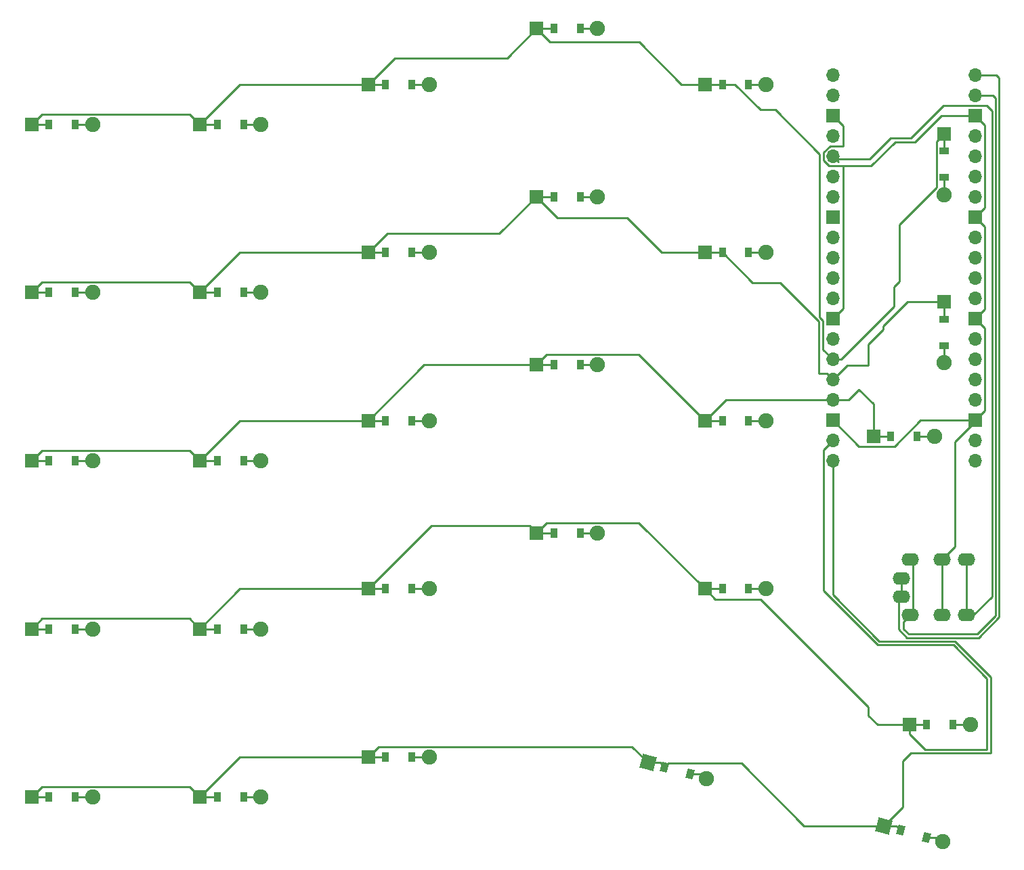
<source format=gbr>
%TF.GenerationSoftware,KiCad,Pcbnew,9.0.3-1.fc42*%
%TF.CreationDate,2025-08-09T15:12:38+02:00*%
%TF.ProjectId,left_traced,6c656674-5f74-4726-9163-65642e6b6963,v1.0.0*%
%TF.SameCoordinates,Original*%
%TF.FileFunction,Copper,L1,Top*%
%TF.FilePolarity,Positive*%
%FSLAX46Y46*%
G04 Gerber Fmt 4.6, Leading zero omitted, Abs format (unit mm)*
G04 Created by KiCad (PCBNEW 9.0.3-1.fc42) date 2025-08-09 15:12:38*
%MOMM*%
%LPD*%
G01*
G04 APERTURE LIST*
G04 Aperture macros list*
%AMRotRect*
0 Rectangle, with rotation*
0 The origin of the aperture is its center*
0 $1 length*
0 $2 width*
0 $3 Rotation angle, in degrees counterclockwise*
0 Add horizontal line*
21,1,$1,$2,0,0,$3*%
G04 Aperture macros list end*
%TA.AperFunction,ComponentPad*%
%ADD10R,1.778000X1.778000*%
%TD*%
%TA.AperFunction,SMDPad,CuDef*%
%ADD11R,0.900000X1.200000*%
%TD*%
%TA.AperFunction,ComponentPad*%
%ADD12C,1.905000*%
%TD*%
%TA.AperFunction,ComponentPad*%
%ADD13RotRect,1.778000X1.778000X345.000000*%
%TD*%
%TA.AperFunction,SMDPad,CuDef*%
%ADD14RotRect,0.900000X1.200000X345.000000*%
%TD*%
%TA.AperFunction,ComponentPad*%
%ADD15O,2.200000X1.600000*%
%TD*%
%TA.AperFunction,SMDPad,CuDef*%
%ADD16R,1.200000X0.900000*%
%TD*%
%TA.AperFunction,ComponentPad*%
%ADD17O,1.700000X1.700000*%
%TD*%
%TA.AperFunction,ComponentPad*%
%ADD18R,1.700000X1.700000*%
%TD*%
%TA.AperFunction,Conductor*%
%ADD19C,0.250000*%
%TD*%
G04 APERTURE END LIST*
D10*
%TO.P,D22,1*%
%TO.N,GP19*%
X93540000Y-131850000D03*
D11*
X95700000Y-131850000D03*
%TO.P,D22,2*%
%TO.N,mirror_right_top*%
X99000000Y-131850000D03*
D12*
X101160000Y-131850000D03*
%TD*%
D10*
%TO.P,D8,1*%
%TO.N,GP20*%
X156690000Y-98800000D03*
D11*
X158850000Y-98800000D03*
%TO.P,D8,2*%
%TO.N,mirror_middle_num*%
X162150000Y-98800000D03*
D12*
X164310000Y-98800000D03*
%TD*%
D10*
%TO.P,D18,1*%
%TO.N,GP20*%
X114590000Y-110800000D03*
D11*
X116750000Y-110800000D03*
%TO.P,D18,2*%
%TO.N,mirror_pinky_num*%
X120050000Y-110800000D03*
D12*
X122210000Y-110800000D03*
%TD*%
D10*
%TO.P,D10,1*%
%TO.N,GP17*%
X135640000Y-168950000D03*
D11*
X137800000Y-168950000D03*
%TO.P,D10,2*%
%TO.N,mirror_ring_bottom*%
X141100000Y-168950000D03*
D12*
X143260000Y-168950000D03*
%TD*%
D13*
%TO.P,D25,1*%
%TO.N,GP16*%
X170585736Y-190700877D03*
D14*
X172672135Y-191259929D03*
%TO.P,D25,2*%
%TO.N,mirror_enter_default*%
X175859691Y-192114029D03*
D12*
X177946090Y-192673081D03*
%TD*%
D10*
%TO.P,D12,1*%
%TO.N,GP19*%
X135640000Y-126850000D03*
D11*
X137800000Y-126850000D03*
%TO.P,D12,2*%
%TO.N,mirror_ring_top*%
X141100000Y-126850000D03*
D12*
X143260000Y-126850000D03*
%TD*%
D10*
%TO.P,D14,1*%
%TO.N,GP16*%
X114590000Y-195000000D03*
D11*
X116750000Y-195000000D03*
%TO.P,D14,2*%
%TO.N,mirror_pinky_thumb*%
X120050000Y-195000000D03*
D12*
X122210000Y-195000000D03*
%TD*%
D10*
%TO.P,D6,1*%
%TO.N,GP18*%
X156690000Y-140900000D03*
D11*
X158850000Y-140900000D03*
%TO.P,D6,2*%
%TO.N,mirror_middle_home*%
X162150000Y-140900000D03*
D12*
X164310000Y-140900000D03*
%TD*%
D10*
%TO.P,D19,1*%
%TO.N,GP16*%
X93540000Y-195000000D03*
D11*
X95700000Y-195000000D03*
%TO.P,D19,2*%
%TO.N,mirror_right_thumb*%
X99000000Y-195000000D03*
D12*
X101160000Y-195000000D03*
%TD*%
D10*
%TO.P,D16,1*%
%TO.N,GP18*%
X114590000Y-152900000D03*
D11*
X116750000Y-152900000D03*
%TO.P,D16,2*%
%TO.N,mirror_pinky_home*%
X120050000Y-152900000D03*
D12*
X122210000Y-152900000D03*
%TD*%
D10*
%TO.P,D20,1*%
%TO.N,GP17*%
X93540000Y-173950000D03*
D11*
X95700000Y-173950000D03*
%TO.P,D20,2*%
%TO.N,mirror_right_bottom*%
X99000000Y-173950000D03*
D12*
X101160000Y-173950000D03*
%TD*%
D13*
%TO.P,D24,1*%
%TO.N,GP16*%
X200118918Y-198614269D03*
D14*
X202205317Y-199173321D03*
%TO.P,D24,2*%
%TO.N,mirror_back_space_default*%
X205392873Y-200027421D03*
D12*
X207479272Y-200586473D03*
%TD*%
D10*
%TO.P,D29,1*%
%TO.N,GP17*%
X203290000Y-185950000D03*
D11*
X205450000Y-185950000D03*
%TO.P,D29,2*%
%TO.N,mirror_inner_bottom*%
X208750000Y-185950000D03*
D12*
X210910000Y-185950000D03*
%TD*%
D10*
%TO.P,D21,1*%
%TO.N,GP18*%
X93540000Y-152900000D03*
D11*
X95700000Y-152900000D03*
%TO.P,D21,2*%
%TO.N,mirror_right_home*%
X99000000Y-152900000D03*
D12*
X101160000Y-152900000D03*
%TD*%
D15*
%TO.P,TRRS1,1*%
%TO.N,GP0*%
X202300000Y-167600000D03*
X202300000Y-169900000D03*
%TO.P,TRRS1,2*%
%TO.N,GP1*%
X203400000Y-165300000D03*
X203400000Y-172200000D03*
%TO.P,TRRS1,3*%
%TO.N,GND*%
X207400000Y-165300000D03*
X207400000Y-172200000D03*
%TO.P,TRRS1,4*%
%TO.N,3V3*%
X210400000Y-165300000D03*
X210400000Y-172200000D03*
%TD*%
D10*
%TO.P,D28,1*%
%TO.N,GP18*%
X198790000Y-149900000D03*
D11*
X200950000Y-149900000D03*
%TO.P,D28,2*%
%TO.N,mirror_inner_home*%
X204250000Y-149900000D03*
D12*
X206410000Y-149900000D03*
%TD*%
D10*
%TO.P,D3,1*%
%TO.N,GP19*%
X177740000Y-126850000D03*
D11*
X179900000Y-126850000D03*
%TO.P,D3,2*%
%TO.N,mirror_index_top*%
X183200000Y-126850000D03*
D12*
X185360000Y-126850000D03*
%TD*%
D10*
%TO.P,D11,1*%
%TO.N,GP18*%
X135640000Y-147900000D03*
D11*
X137800000Y-147900000D03*
%TO.P,D11,2*%
%TO.N,mirror_ring_home*%
X141100000Y-147900000D03*
D12*
X143260000Y-147900000D03*
%TD*%
D10*
%TO.P,D26,1*%
%TO.N,GP19*%
X207600000Y-133040000D03*
D16*
X207600000Y-135200000D03*
%TO.P,D26,2*%
%TO.N,mirror_inner_top*%
X207600000Y-138500000D03*
D12*
X207600000Y-140660000D03*
%TD*%
D10*
%TO.P,D15,1*%
%TO.N,GP17*%
X114590000Y-173950000D03*
D11*
X116750000Y-173950000D03*
%TO.P,D15,2*%
%TO.N,mirror_pinky_bottom*%
X120050000Y-173950000D03*
D12*
X122210000Y-173950000D03*
%TD*%
D10*
%TO.P,D13,1*%
%TO.N,GP20*%
X135640000Y-105800000D03*
D11*
X137800000Y-105800000D03*
%TO.P,D13,2*%
%TO.N,mirror_ring_num*%
X141100000Y-105800000D03*
D12*
X143260000Y-105800000D03*
%TD*%
D10*
%TO.P,D9,1*%
%TO.N,GP16*%
X135640000Y-190000000D03*
D11*
X137800000Y-190000000D03*
%TO.P,D9,2*%
%TO.N,mirror_ring_thumb*%
X141100000Y-190000000D03*
D12*
X143260000Y-190000000D03*
%TD*%
D10*
%TO.P,D17,1*%
%TO.N,GP19*%
X114590000Y-131850000D03*
D11*
X116750000Y-131850000D03*
%TO.P,D17,2*%
%TO.N,mirror_pinky_top*%
X120050000Y-131850000D03*
D12*
X122210000Y-131850000D03*
%TD*%
D10*
%TO.P,D2,1*%
%TO.N,GP18*%
X177740000Y-147900000D03*
D11*
X179900000Y-147900000D03*
%TO.P,D2,2*%
%TO.N,mirror_index_home*%
X183200000Y-147900000D03*
D12*
X185360000Y-147900000D03*
%TD*%
D10*
%TO.P,D4,1*%
%TO.N,GP20*%
X177740000Y-105800000D03*
D11*
X179900000Y-105800000D03*
%TO.P,D4,2*%
%TO.N,mirror_index_num*%
X183200000Y-105800000D03*
D12*
X185360000Y-105800000D03*
%TD*%
D17*
%TO.P,_1,1*%
%TO.N,GP0*%
X211490000Y-104670000D03*
%TO.P,_1,2*%
%TO.N,GP1*%
X211490000Y-107210000D03*
D18*
%TO.P,_1,3*%
%TO.N,GND*%
X211490000Y-109750000D03*
D17*
%TO.P,_1,4*%
%TO.N,GP2*%
X211490000Y-112290000D03*
%TO.P,_1,5*%
%TO.N,GP3*%
X211490000Y-114830000D03*
%TO.P,_1,6*%
%TO.N,GP4*%
X211490000Y-117370000D03*
%TO.P,_1,7*%
%TO.N,GP5*%
X211490000Y-119910000D03*
D18*
%TO.P,_1,8*%
%TO.N,GND*%
X211490000Y-122450000D03*
D17*
%TO.P,_1,9*%
%TO.N,GP6*%
X211490000Y-124990000D03*
%TO.P,_1,10*%
%TO.N,GP7*%
X211490000Y-127530000D03*
%TO.P,_1,11*%
%TO.N,GP8*%
X211490000Y-130070000D03*
%TO.P,_1,12*%
%TO.N,GP9*%
X211490000Y-132610000D03*
D18*
%TO.P,_1,13*%
%TO.N,GND*%
X211490000Y-135150000D03*
D17*
%TO.P,_1,14*%
%TO.N,GP10*%
X211490000Y-137690000D03*
%TO.P,_1,15*%
%TO.N,GP11*%
X211490000Y-140230000D03*
%TO.P,_1,16*%
%TO.N,GP12*%
X211490000Y-142770000D03*
%TO.P,_1,17*%
%TO.N,GP13*%
X211490000Y-145310000D03*
D18*
%TO.P,_1,18*%
%TO.N,GND*%
X211490000Y-147850000D03*
D17*
%TO.P,_1,19*%
%TO.N,GP14*%
X211490000Y-150390000D03*
%TO.P,_1,20*%
%TO.N,GP15*%
X211490000Y-152930000D03*
%TO.P,_1,21*%
%TO.N,GP16*%
X193710000Y-152930000D03*
%TO.P,_1,22*%
%TO.N,GP17*%
X193710000Y-150390000D03*
D18*
%TO.P,_1,23*%
%TO.N,GND*%
X193710000Y-147850000D03*
D17*
%TO.P,_1,24*%
%TO.N,GP18*%
X193710000Y-145310000D03*
%TO.P,_1,25*%
%TO.N,GP19*%
X193710000Y-142770000D03*
%TO.P,_1,26*%
%TO.N,GP20*%
X193710000Y-140230000D03*
%TO.P,_1,27*%
%TO.N,GP21*%
X193710000Y-137690000D03*
D18*
%TO.P,_1,28*%
%TO.N,GND*%
X193710000Y-135150000D03*
D17*
%TO.P,_1,29*%
%TO.N,GP22*%
X193710000Y-132610000D03*
%TO.P,_1,30*%
%TO.N,RUN*%
X193710000Y-130070000D03*
%TO.P,_1,31*%
%TO.N,GP26*%
X193710000Y-127530000D03*
%TO.P,_1,32*%
%TO.N,GP27*%
X193710000Y-124990000D03*
D18*
%TO.P,_1,33*%
%TO.N,AGND*%
X193710000Y-122450000D03*
D17*
%TO.P,_1,34*%
%TO.N,GP28*%
X193710000Y-119910000D03*
%TO.P,_1,35*%
%TO.N,ADC_VREF*%
X193710000Y-117370000D03*
%TO.P,_1,36*%
%TO.N,3V3*%
X193710000Y-114830000D03*
%TO.P,_1,37*%
%TO.N,3V3_EN*%
X193710000Y-112290000D03*
D18*
%TO.P,_1,38*%
%TO.N,GND*%
X193710000Y-109750000D03*
D17*
%TO.P,_1,39*%
%TO.N,VSYS*%
X193710000Y-107210000D03*
%TO.P,_1,40*%
%TO.N,VBUS*%
X193710000Y-104670000D03*
%TD*%
D10*
%TO.P,D27,1*%
%TO.N,GP20*%
X207600000Y-111990000D03*
D16*
X207600000Y-114150000D03*
%TO.P,D27,2*%
%TO.N,mirror_inner_num*%
X207600000Y-117450000D03*
D12*
X207600000Y-119610000D03*
%TD*%
D10*
%TO.P,D7,1*%
%TO.N,GP19*%
X156690000Y-119850000D03*
D11*
X158850000Y-119850000D03*
%TO.P,D7,2*%
%TO.N,mirror_middle_top*%
X162150000Y-119850000D03*
D12*
X164310000Y-119850000D03*
%TD*%
D10*
%TO.P,D5,1*%
%TO.N,GP17*%
X156690000Y-161950000D03*
D11*
X158850000Y-161950000D03*
%TO.P,D5,2*%
%TO.N,mirror_middle_bottom*%
X162150000Y-161950000D03*
D12*
X164310000Y-161950000D03*
%TD*%
D10*
%TO.P,D23,1*%
%TO.N,GP20*%
X93540000Y-110800000D03*
D11*
X95700000Y-110800000D03*
%TO.P,D23,2*%
%TO.N,mirror_right_num*%
X99000000Y-110800000D03*
D12*
X101160000Y-110800000D03*
%TD*%
D10*
%TO.P,D1,1*%
%TO.N,GP17*%
X177740000Y-168950000D03*
D11*
X179900000Y-168950000D03*
%TO.P,D1,2*%
%TO.N,mirror_index_bottom*%
X183200000Y-168950000D03*
D12*
X185360000Y-168950000D03*
%TD*%
D19*
%TO.N,mirror_inner_bottom*%
X208750000Y-185950000D02*
X210910000Y-185950000D01*
%TO.N,mirror_inner_home*%
X204250000Y-149900000D02*
X206410000Y-149900000D01*
%TO.N,mirror_index_bottom*%
X183200000Y-168950000D02*
X185360000Y-168950000D01*
%TO.N,mirror_index_home*%
X183200000Y-147900000D02*
X185360000Y-147900000D01*
%TO.N,mirror_index_top*%
X183200000Y-126850000D02*
X185360000Y-126850000D01*
%TO.N,mirror_index_num*%
X183200000Y-105800000D02*
X185360000Y-105800000D01*
%TO.N,mirror_middle_bottom*%
X162150000Y-161950000D02*
X164310000Y-161950000D01*
%TO.N,mirror_middle_home*%
X162150000Y-140900000D02*
X164310000Y-140900000D01*
%TO.N,mirror_middle_top*%
X162150000Y-119850000D02*
X164310000Y-119850000D01*
%TO.N,mirror_middle_num*%
X162150000Y-98800000D02*
X164310000Y-98800000D01*
%TO.N,mirror_ring_thumb*%
X141100000Y-190000000D02*
X143260000Y-190000000D01*
%TO.N,mirror_ring_bottom*%
X141100000Y-168950000D02*
X143260000Y-168950000D01*
%TO.N,mirror_ring_home*%
X141100000Y-147900000D02*
X143260000Y-147900000D01*
%TO.N,mirror_ring_top*%
X141100000Y-126850000D02*
X143260000Y-126850000D01*
%TO.N,mirror_ring_num*%
X141100000Y-105800000D02*
X143260000Y-105800000D01*
%TO.N,mirror_pinky_thumb*%
X122210000Y-195000000D02*
X120050000Y-195000000D01*
%TO.N,mirror_pinky_bottom*%
X122210000Y-173950000D02*
X120050000Y-173950000D01*
%TO.N,mirror_pinky_home*%
X120050000Y-152900000D02*
X122210000Y-152900000D01*
%TO.N,mirror_pinky_top*%
X120050000Y-131850000D02*
X122210000Y-131850000D01*
%TO.N,mirror_pinky_num*%
X120050000Y-110800000D02*
X122210000Y-110800000D01*
%TO.N,mirror_right_thumb*%
X99000000Y-195000000D02*
X101160000Y-195000000D01*
%TO.N,mirror_right_bottom*%
X99000000Y-173950000D02*
X101160000Y-173950000D01*
%TO.N,mirror_right_home*%
X99000000Y-152900000D02*
X101160000Y-152900000D01*
%TO.N,mirror_right_top*%
X99000000Y-131850000D02*
X101160000Y-131850000D01*
%TO.N,mirror_right_num*%
X99000000Y-110800000D02*
X101160000Y-110800000D01*
%TO.N,mirror_back_space_default*%
X205392873Y-200027422D02*
X206920222Y-200027422D01*
X206920222Y-200027422D02*
X207479272Y-200586472D01*
%TO.N,mirror_enter_default*%
X175859691Y-192114030D02*
X177387040Y-192114030D01*
X177387040Y-192114030D02*
X177946090Y-192673080D01*
%TO.N,mirror_inner_top*%
X207600000Y-140660000D02*
X207600000Y-138500000D01*
%TO.N,mirror_inner_num*%
X207600000Y-119610000D02*
X207600000Y-117450000D01*
%TO.N,GP17*%
X199326935Y-185950000D02*
X203290000Y-185950000D01*
X156690000Y-161950000D02*
X157968500Y-160671500D01*
X119590000Y-168950000D02*
X135640000Y-168950000D01*
X156690000Y-161950000D02*
X158850000Y-161950000D01*
X203290000Y-185950000D02*
X205450000Y-185950000D01*
X203290000Y-187089000D02*
X205250000Y-189049000D01*
X199313190Y-175951000D02*
X192534000Y-169171810D01*
X198184000Y-184807065D02*
X199326935Y-185950000D01*
X135640000Y-168950000D02*
X143520000Y-161070000D01*
X113311500Y-172671500D02*
X114590000Y-173950000D01*
X208813190Y-175951000D02*
X199313190Y-175951000D01*
X94818500Y-172671500D02*
X113311500Y-172671500D01*
X192534000Y-169171810D02*
X192534000Y-151566000D01*
X114590000Y-173950000D02*
X116750000Y-173950000D01*
X177740000Y-168950000D02*
X179018500Y-170228500D01*
X155810000Y-161070000D02*
X156690000Y-161950000D01*
X143520000Y-161070000D02*
X155810000Y-161070000D01*
X179018500Y-170228500D02*
X184643599Y-170228500D01*
X213000000Y-189049000D02*
X213000000Y-180137810D01*
X177740000Y-168950000D02*
X179900000Y-168950000D01*
X205250000Y-189049000D02*
X213000000Y-189049000D01*
X192534000Y-151566000D02*
X193710000Y-150390000D01*
X198184000Y-183768901D02*
X198184000Y-184807065D01*
X135640000Y-168950000D02*
X137800000Y-168950000D01*
X213000000Y-180137810D02*
X208813190Y-175951000D01*
X203290000Y-185950000D02*
X203290000Y-187089000D01*
X93540000Y-173950000D02*
X95700000Y-173950000D01*
X184643599Y-170228500D02*
X198184000Y-183768901D01*
X114590000Y-173950000D02*
X119590000Y-168950000D01*
X157968500Y-160671500D02*
X169461500Y-160671500D01*
X169461500Y-160671500D02*
X177740000Y-168950000D01*
X93540000Y-173950000D02*
X94818500Y-172671500D01*
%TO.N,GP18*%
X157968500Y-139621500D02*
X169461500Y-139621500D01*
X177740000Y-147900000D02*
X180330000Y-145310000D01*
X198790000Y-145790000D02*
X197000000Y-144000000D01*
X180330000Y-145310000D02*
X193710000Y-145310000D01*
X135640000Y-147900000D02*
X137800000Y-147900000D01*
X93540000Y-152900000D02*
X94818500Y-151621500D01*
X169461500Y-139621500D02*
X177740000Y-147900000D01*
X114590000Y-152900000D02*
X119590000Y-147900000D01*
X142640000Y-140900000D02*
X156690000Y-140900000D01*
X93540000Y-152900000D02*
X95700000Y-152900000D01*
X195690000Y-145310000D02*
X193710000Y-145310000D01*
X177740000Y-147900000D02*
X179900000Y-147900000D01*
X94818500Y-151621500D02*
X113311500Y-151621500D01*
X156690000Y-140900000D02*
X157968500Y-139621500D01*
X114590000Y-152900000D02*
X116750000Y-152900000D01*
X198790000Y-149900000D02*
X200950000Y-149900000D01*
X119590000Y-147900000D02*
X135640000Y-147900000D01*
X113311500Y-151621500D02*
X114590000Y-152900000D01*
X156690000Y-140900000D02*
X158850000Y-140900000D01*
X135640000Y-147900000D02*
X142640000Y-140900000D01*
X198790000Y-149900000D02*
X198790000Y-145790000D01*
X197000000Y-144000000D02*
X195690000Y-145310000D01*
%TO.N,GP19*%
X198184000Y-138316000D02*
X198184000Y-141000000D01*
X156650000Y-119850000D02*
X156690000Y-119850000D01*
X177740000Y-126850000D02*
X179900000Y-126850000D01*
X200000000Y-136500000D02*
X198184000Y-138316000D01*
X203058455Y-133040000D02*
X200000000Y-136098455D01*
X172350000Y-126850000D02*
X177740000Y-126850000D01*
X207600000Y-133040000D02*
X203058455Y-133040000D01*
X177740000Y-126850000D02*
X179901545Y-126850000D01*
X152000000Y-124500000D02*
X156650000Y-119850000D01*
X198184000Y-141000000D02*
X195480000Y-141000000D01*
X192000000Y-142000000D02*
X192940000Y-142000000D01*
X187138199Y-130623100D02*
X192000000Y-135484901D01*
X93540000Y-131850000D02*
X95700000Y-131850000D01*
X192940000Y-142000000D02*
X193710000Y-142770000D01*
X183674645Y-130623100D02*
X187138199Y-130623100D01*
X195480000Y-141000000D02*
X193710000Y-142770000D01*
X192000000Y-135484901D02*
X192000000Y-142000000D01*
X135640000Y-126850000D02*
X137990000Y-124500000D01*
X114590000Y-131850000D02*
X119590000Y-126850000D01*
X179901545Y-126850000D02*
X183674645Y-130623100D01*
X93540000Y-131850000D02*
X94818500Y-130571500D01*
X167980100Y-122480100D02*
X172350000Y-126850000D01*
X137990000Y-124500000D02*
X152000000Y-124500000D01*
X156690000Y-119850000D02*
X159320100Y-122480100D01*
X135640000Y-126850000D02*
X137800000Y-126850000D01*
X200000000Y-136098455D02*
X200000000Y-136500000D01*
X159320100Y-122480100D02*
X167980100Y-122480100D01*
X113311500Y-130571500D02*
X114590000Y-131850000D01*
X156690000Y-119850000D02*
X158850000Y-119850000D01*
X119590000Y-126850000D02*
X135640000Y-126850000D01*
X114590000Y-131850000D02*
X116750000Y-131850000D01*
X94818500Y-130571500D02*
X113311500Y-130571500D01*
X207600000Y-135200000D02*
X207600000Y-133040000D01*
%TO.N,GP20*%
X184698000Y-109000000D02*
X186565099Y-109000000D01*
X192083000Y-114517901D02*
X192083000Y-134930091D01*
X201373100Y-133626900D02*
X201373100Y-131126900D01*
X152990000Y-102500000D02*
X156690000Y-98800000D01*
X206674000Y-118727927D02*
X206674000Y-112916000D01*
X207600000Y-111990000D02*
X207600000Y-114150000D01*
X158390000Y-100500000D02*
X169500000Y-100500000D01*
X177740000Y-105800000D02*
X181498000Y-105800000D01*
X192500000Y-139020000D02*
X193710000Y-140230000D01*
X186565099Y-109000000D02*
X192083000Y-114517901D01*
X181498000Y-105800000D02*
X184698000Y-109000000D01*
X202000000Y-130500000D02*
X202000000Y-123401927D01*
X201373100Y-131126900D02*
X202000000Y-130500000D01*
X169500000Y-100500000D02*
X174800000Y-105800000D01*
X94818500Y-109521500D02*
X113311500Y-109521500D01*
X156690000Y-98800000D02*
X158390000Y-100500000D01*
X193710000Y-140230000D02*
X194770000Y-140230000D01*
X206674000Y-112916000D02*
X207600000Y-111990000D01*
X114590000Y-110800000D02*
X119590000Y-105800000D01*
X202000000Y-123401927D02*
X206674000Y-118727927D01*
X113311500Y-109521500D02*
X114590000Y-110800000D01*
X192500000Y-135347091D02*
X192500000Y-139020000D01*
X119590000Y-105800000D02*
X135640000Y-105800000D01*
X93540000Y-110800000D02*
X94818500Y-109521500D01*
X174800000Y-105800000D02*
X177740000Y-105800000D01*
X93540000Y-110800000D02*
X95700000Y-110800000D01*
X156690000Y-98800000D02*
X158850000Y-98800000D01*
X194770000Y-140230000D02*
X201373100Y-133626900D01*
X135640000Y-105800000D02*
X138940000Y-102500000D01*
X138940000Y-102500000D02*
X152990000Y-102500000D01*
X114590000Y-110800000D02*
X116750000Y-110800000D01*
X192083000Y-134930091D02*
X192500000Y-135347091D01*
X135640000Y-105800000D02*
X137800000Y-105800000D01*
X177740000Y-105800000D02*
X179900000Y-105800000D01*
%TO.N,GP16*%
X209000000Y-175500000D02*
X213500000Y-180000000D01*
X202500000Y-190500000D02*
X202500000Y-196233188D01*
X182270030Y-190770030D02*
X190114270Y-198614270D01*
X168606358Y-188721500D02*
X170585736Y-190700878D01*
X172113085Y-190700878D02*
X172672135Y-191259928D01*
X93540000Y-195000000D02*
X94818500Y-193721500D01*
X190114270Y-198614270D02*
X200118918Y-198614270D01*
X201646267Y-198614270D02*
X202205317Y-199173320D01*
X113311500Y-193721500D02*
X114590000Y-195000000D01*
X119590000Y-190000000D02*
X135640000Y-190000000D01*
X136918500Y-188721500D02*
X168606358Y-188721500D01*
X135640000Y-190000000D02*
X136918500Y-188721500D01*
X193710000Y-169710000D02*
X199500000Y-175500000D01*
X199500000Y-175500000D02*
X209000000Y-175500000D01*
X193710000Y-152930000D02*
X193710000Y-169710000D01*
X200118918Y-198614270D02*
X201646267Y-198614270D01*
X173162033Y-190770030D02*
X182270030Y-190770030D01*
X202500000Y-196233188D02*
X200118918Y-198614270D01*
X94818500Y-193721500D02*
X113311500Y-193721500D01*
X172672135Y-191259928D02*
X173162033Y-190770030D01*
X114590000Y-195000000D02*
X119590000Y-190000000D01*
X114590000Y-195000000D02*
X116750000Y-195000000D01*
X170585736Y-190700878D02*
X172113085Y-190700878D01*
X213500000Y-180000000D02*
X213500000Y-189500000D01*
X135640000Y-190000000D02*
X137800000Y-190000000D01*
X213500000Y-189500000D02*
X203500000Y-189500000D01*
X203500000Y-189500000D02*
X202500000Y-190500000D01*
X93540000Y-195000000D02*
X95700000Y-195000000D01*
%TO.N,GP0*%
X202300000Y-169900000D02*
X201974000Y-170226000D01*
X201974000Y-174023000D02*
X203000000Y-175049000D01*
X203000000Y-175049000D02*
X211951000Y-175049000D01*
X214500000Y-105000000D02*
X214170000Y-104670000D01*
X202300000Y-169900000D02*
X202300000Y-167600000D01*
X211951000Y-175049000D02*
X214500000Y-172500000D01*
X214500000Y-172500000D02*
X214500000Y-105000000D01*
X214170000Y-104670000D02*
X211490000Y-104670000D01*
X201974000Y-170226000D02*
X201974000Y-174023000D01*
%TO.N,GP1*%
X213710000Y-107210000D02*
X211490000Y-107210000D01*
X202544405Y-173055595D02*
X202544405Y-173955595D01*
X211764190Y-174598000D02*
X214049000Y-172313190D01*
X214049000Y-172313190D02*
X214049000Y-107549000D01*
X203726000Y-165626000D02*
X203400000Y-165300000D01*
X203400000Y-172200000D02*
X203726000Y-171874000D01*
X202544405Y-173955595D02*
X203186810Y-174598000D01*
X203726000Y-171874000D02*
X203726000Y-165626000D01*
X203186810Y-174598000D02*
X211764190Y-174598000D01*
X214049000Y-107549000D02*
X213710000Y-107210000D01*
X203400000Y-172200000D02*
X202544405Y-173055595D01*
%TO.N,GND*%
X212666000Y-110926000D02*
X212666000Y-121274000D01*
X194994000Y-116006000D02*
X193222884Y-116006000D01*
X209000000Y-163700000D02*
X209000000Y-150500000D01*
X212666000Y-123626000D02*
X212666000Y-133974000D01*
X204000000Y-113000000D02*
X207250000Y-109750000D01*
X212666000Y-146674000D02*
X211490000Y-147850000D01*
X193710000Y-109750000D02*
X193966900Y-109493100D01*
X211490000Y-148010000D02*
X211490000Y-147850000D01*
X196975000Y-151115000D02*
X201437000Y-151115000D01*
X195000000Y-111040000D02*
X193710000Y-109750000D01*
X207400000Y-172200000D02*
X207400000Y-165300000D01*
X195000000Y-116000000D02*
X194994000Y-116006000D01*
X192534000Y-114342884D02*
X193376884Y-113500000D01*
X195000000Y-116000000D02*
X198500000Y-116000000D01*
X211490000Y-109750000D02*
X212666000Y-110926000D01*
X193710000Y-147850000D02*
X196975000Y-151115000D01*
X193222884Y-116006000D02*
X192534000Y-115317116D01*
X195000000Y-113500000D02*
X195000000Y-111040000D01*
X201500000Y-113000000D02*
X204000000Y-113000000D01*
X211233100Y-109493100D02*
X211490000Y-109750000D01*
X193376884Y-113500000D02*
X195000000Y-113500000D01*
X207400000Y-165300000D02*
X209000000Y-163700000D01*
X192534000Y-115317116D02*
X192534000Y-114342884D01*
X211490000Y-122450000D02*
X212666000Y-123626000D01*
X212666000Y-136326000D02*
X212666000Y-146674000D01*
X195000000Y-133860000D02*
X195000000Y-116000000D01*
X212666000Y-121274000D02*
X211490000Y-122450000D01*
X212666000Y-133974000D02*
X211490000Y-135150000D01*
X198500000Y-116000000D02*
X201500000Y-113000000D01*
X209000000Y-150500000D02*
X211490000Y-148010000D01*
X193710000Y-135150000D02*
X195000000Y-133860000D01*
X204702000Y-147850000D02*
X211490000Y-147850000D01*
X207250000Y-109750000D02*
X211490000Y-109750000D01*
X201437000Y-151115000D02*
X204702000Y-147850000D01*
X211490000Y-135150000D02*
X212666000Y-136326000D01*
%TO.N,3V3*%
X194016000Y-115136000D02*
X193710000Y-114830000D01*
X198297065Y-115136000D02*
X194016000Y-115136000D01*
X207500000Y-108500000D02*
X203517065Y-112482935D01*
X213598000Y-169894404D02*
X213598000Y-109098000D01*
X213598000Y-109098000D02*
X213000000Y-108500000D01*
X211292404Y-172200000D02*
X213598000Y-169894404D01*
X203517065Y-112482935D02*
X200950130Y-112482935D01*
X200950130Y-112482935D02*
X198297065Y-115136000D01*
X213000000Y-108500000D02*
X207500000Y-108500000D01*
X210400000Y-172200000D02*
X210400000Y-165300000D01*
X210400000Y-172200000D02*
X211292404Y-172200000D01*
X194380000Y-115500000D02*
X193710000Y-114830000D01*
%TD*%
M02*

</source>
